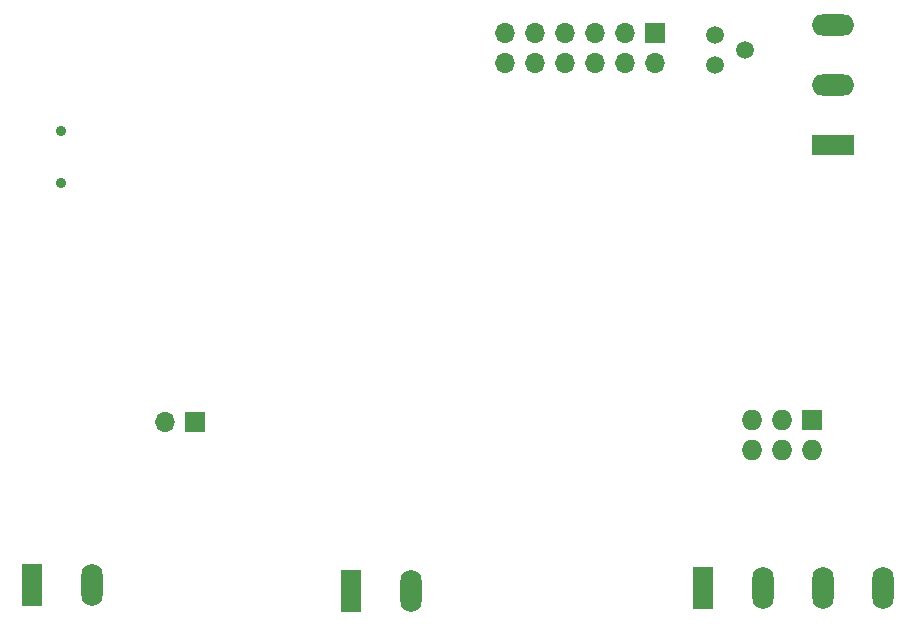
<source format=gbr>
G04 #@! TF.FileFunction,Soldermask,Bot*
%FSLAX46Y46*%
G04 Gerber Fmt 4.6, Leading zero omitted, Abs format (unit mm)*
G04 Created by KiCad (PCBNEW 4.0.5) date 02/17/17 11:47:38*
%MOMM*%
%LPD*%
G01*
G04 APERTURE LIST*
%ADD10C,0.100000*%
%ADD11C,1.500000*%
%ADD12R,3.600000X1.800000*%
%ADD13O,3.600000X1.800000*%
%ADD14R,1.800000X3.600000*%
%ADD15O,1.800000X3.600000*%
%ADD16R,1.727200X1.727200*%
%ADD17O,1.727200X1.727200*%
%ADD18R,1.700000X1.700000*%
%ADD19O,1.700000X1.700000*%
%ADD20C,0.900000*%
G04 APERTURE END LIST*
D10*
D11*
X155540000Y-67000000D03*
X153000000Y-68270000D03*
X153000000Y-65730000D03*
D12*
X163000000Y-75000000D03*
D13*
X163000000Y-69920000D03*
X163000000Y-64840000D03*
D14*
X152000000Y-112500000D03*
D15*
X157080000Y-112500000D03*
X162160000Y-112500000D03*
X167240000Y-112500000D03*
D14*
X95250000Y-112250000D03*
D15*
X100330000Y-112250000D03*
D14*
X122250000Y-112750000D03*
D15*
X127330000Y-112750000D03*
D16*
X161250000Y-98250000D03*
D17*
X161250000Y-100790000D03*
X158710000Y-98250000D03*
X158710000Y-100790000D03*
X156170000Y-98250000D03*
X156170000Y-100790000D03*
D18*
X109000000Y-98500000D03*
D19*
X106460000Y-98500000D03*
D20*
X97700000Y-73800000D03*
X97700000Y-78200000D03*
D18*
X148000000Y-65500000D03*
D19*
X148000000Y-68040000D03*
X145460000Y-65500000D03*
X145460000Y-68040000D03*
X142920000Y-65500000D03*
X142920000Y-68040000D03*
X140380000Y-65500000D03*
X140380000Y-68040000D03*
X137840000Y-65500000D03*
X137840000Y-68040000D03*
X135300000Y-65500000D03*
X135300000Y-68040000D03*
M02*

</source>
